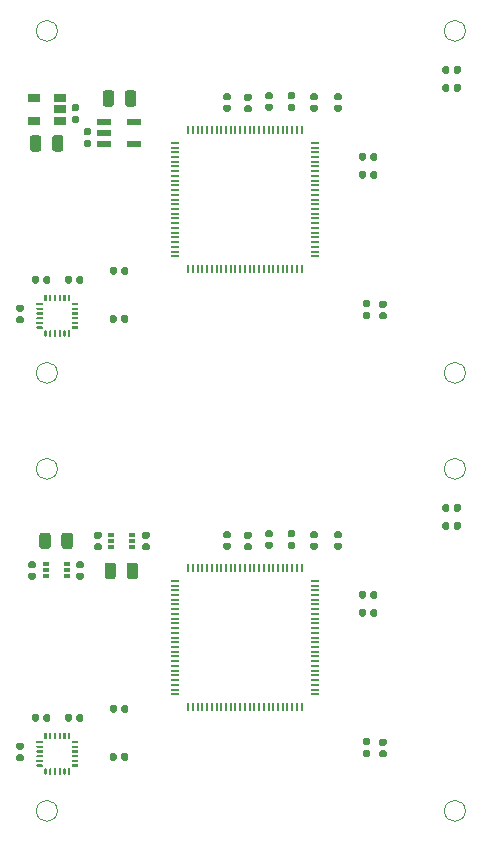
<source format=gtp>
G04 #@! TF.GenerationSoftware,KiCad,Pcbnew,(5.1.6)-1*
G04 #@! TF.CreationDate,2021-09-14T13:23:18-07:00*
G04 #@! TF.ProjectId,sulu_ldo_and_reg_panel,73756c75-5f6c-4646-9f5f-616e645f7265,rev?*
G04 #@! TF.SameCoordinates,Original*
G04 #@! TF.FileFunction,Paste,Top*
G04 #@! TF.FilePolarity,Positive*
%FSLAX46Y46*%
G04 Gerber Fmt 4.6, Leading zero omitted, Abs format (unit mm)*
G04 Created by KiCad (PCBNEW (5.1.6)-1) date 2021-09-14 13:23:18*
%MOMM*%
%LPD*%
G01*
G04 APERTURE LIST*
%ADD10C,0.100000*%
%ADD11R,1.210000X0.590000*%
%ADD12R,1.060000X0.650000*%
%ADD13O,0.200000X0.800000*%
%ADD14O,0.800000X0.200000*%
%ADD15R,0.500000X0.300000*%
G04 APERTURE END LIST*
D10*
X105029000Y-88900000D02*
G75*
G03*
X105029000Y-88900000I-889000J0D01*
G01*
X70485000Y-117856000D02*
G75*
G03*
X70485000Y-117856000I-889000J0D01*
G01*
X105029000Y-117856000D02*
G75*
G03*
X105029000Y-117856000I-889000J0D01*
G01*
X70485000Y-88900000D02*
G75*
G03*
X70485000Y-88900000I-889000J0D01*
G01*
X70485000Y-80772000D02*
G75*
G03*
X70485000Y-80772000I-889000J0D01*
G01*
X70485000Y-51816000D02*
G75*
G03*
X70485000Y-51816000I-889000J0D01*
G01*
X105029000Y-80772000D02*
G75*
G03*
X105029000Y-80772000I-889000J0D01*
G01*
X105029000Y-51816000D02*
G75*
G03*
X105029000Y-51816000I-889000J0D01*
G01*
D11*
G04 #@! TO.C,U3*
X76975001Y-59502000D03*
X76975001Y-61402000D03*
X74465001Y-61402000D03*
X74465001Y-60452000D03*
X74465001Y-59502000D03*
G04 #@! TD*
D12*
G04 #@! TO.C,U2*
X68467999Y-59421001D03*
X68467999Y-57521001D03*
X70667999Y-57521001D03*
X70667999Y-58471001D03*
X70667999Y-59421001D03*
G04 #@! TD*
G04 #@! TO.C,R4*
G36*
G01*
X86441500Y-58125000D02*
X86786500Y-58125000D01*
G75*
G02*
X86934000Y-58272500I0J-147500D01*
G01*
X86934000Y-58567500D01*
G75*
G02*
X86786500Y-58715000I-147500J0D01*
G01*
X86441500Y-58715000D01*
G75*
G02*
X86294000Y-58567500I0J147500D01*
G01*
X86294000Y-58272500D01*
G75*
G02*
X86441500Y-58125000I147500J0D01*
G01*
G37*
G36*
G01*
X86441500Y-57155000D02*
X86786500Y-57155000D01*
G75*
G02*
X86934000Y-57302500I0J-147500D01*
G01*
X86934000Y-57597500D01*
G75*
G02*
X86786500Y-57745000I-147500J0D01*
G01*
X86441500Y-57745000D01*
G75*
G02*
X86294000Y-57597500I0J147500D01*
G01*
X86294000Y-57302500D01*
G75*
G02*
X86441500Y-57155000I147500J0D01*
G01*
G37*
G04 #@! TD*
G04 #@! TO.C,R3*
G36*
G01*
X92029500Y-58079000D02*
X92374500Y-58079000D01*
G75*
G02*
X92522000Y-58226500I0J-147500D01*
G01*
X92522000Y-58521500D01*
G75*
G02*
X92374500Y-58669000I-147500J0D01*
G01*
X92029500Y-58669000D01*
G75*
G02*
X91882000Y-58521500I0J147500D01*
G01*
X91882000Y-58226500D01*
G75*
G02*
X92029500Y-58079000I147500J0D01*
G01*
G37*
G36*
G01*
X92029500Y-57109000D02*
X92374500Y-57109000D01*
G75*
G02*
X92522000Y-57256500I0J-147500D01*
G01*
X92522000Y-57551500D01*
G75*
G02*
X92374500Y-57699000I-147500J0D01*
G01*
X92029500Y-57699000D01*
G75*
G02*
X91882000Y-57551500I0J147500D01*
G01*
X91882000Y-57256500D01*
G75*
G02*
X92029500Y-57109000I147500J0D01*
G01*
G37*
G04 #@! TD*
G04 #@! TO.C,R2*
G36*
G01*
X94406500Y-57699000D02*
X94061500Y-57699000D01*
G75*
G02*
X93914000Y-57551500I0J147500D01*
G01*
X93914000Y-57256500D01*
G75*
G02*
X94061500Y-57109000I147500J0D01*
G01*
X94406500Y-57109000D01*
G75*
G02*
X94554000Y-57256500I0J-147500D01*
G01*
X94554000Y-57551500D01*
G75*
G02*
X94406500Y-57699000I-147500J0D01*
G01*
G37*
G36*
G01*
X94406500Y-58669000D02*
X94061500Y-58669000D01*
G75*
G02*
X93914000Y-58521500I0J147500D01*
G01*
X93914000Y-58226500D01*
G75*
G02*
X94061500Y-58079000I147500J0D01*
G01*
X94406500Y-58079000D01*
G75*
G02*
X94554000Y-58226500I0J-147500D01*
G01*
X94554000Y-58521500D01*
G75*
G02*
X94406500Y-58669000I-147500J0D01*
G01*
G37*
G04 #@! TD*
G04 #@! TO.C,C_1.8_OUT1*
G36*
G01*
X70998000Y-60884750D02*
X70998000Y-61797250D01*
G75*
G02*
X70754250Y-62041000I-243750J0D01*
G01*
X70266750Y-62041000D01*
G75*
G02*
X70023000Y-61797250I0J243750D01*
G01*
X70023000Y-60884750D01*
G75*
G02*
X70266750Y-60641000I243750J0D01*
G01*
X70754250Y-60641000D01*
G75*
G02*
X70998000Y-60884750I0J-243750D01*
G01*
G37*
G36*
G01*
X69123000Y-60884750D02*
X69123000Y-61797250D01*
G75*
G02*
X68879250Y-62041000I-243750J0D01*
G01*
X68391750Y-62041000D01*
G75*
G02*
X68148000Y-61797250I0J243750D01*
G01*
X68148000Y-60884750D01*
G75*
G02*
X68391750Y-60641000I243750J0D01*
G01*
X68879250Y-60641000D01*
G75*
G02*
X69123000Y-60884750I0J-243750D01*
G01*
G37*
G04 #@! TD*
G04 #@! TO.C,C_1.1_OUT1*
G36*
G01*
X74315500Y-57987250D02*
X74315500Y-57074750D01*
G75*
G02*
X74559250Y-56831000I243750J0D01*
G01*
X75046750Y-56831000D01*
G75*
G02*
X75290500Y-57074750I0J-243750D01*
G01*
X75290500Y-57987250D01*
G75*
G02*
X75046750Y-58231000I-243750J0D01*
G01*
X74559250Y-58231000D01*
G75*
G02*
X74315500Y-57987250I0J243750D01*
G01*
G37*
G36*
G01*
X76190500Y-57987250D02*
X76190500Y-57074750D01*
G75*
G02*
X76434250Y-56831000I243750J0D01*
G01*
X76921750Y-56831000D01*
G75*
G02*
X77165500Y-57074750I0J-243750D01*
G01*
X77165500Y-57987250D01*
G75*
G02*
X76921750Y-58231000I-243750J0D01*
G01*
X76434250Y-58231000D01*
G75*
G02*
X76190500Y-57987250I0J243750D01*
G01*
G37*
G04 #@! TD*
G04 #@! TO.C,C_1.1_IN1*
G36*
G01*
X73197500Y-60666000D02*
X72852500Y-60666000D01*
G75*
G02*
X72705000Y-60518500I0J147500D01*
G01*
X72705000Y-60223500D01*
G75*
G02*
X72852500Y-60076000I147500J0D01*
G01*
X73197500Y-60076000D01*
G75*
G02*
X73345000Y-60223500I0J-147500D01*
G01*
X73345000Y-60518500D01*
G75*
G02*
X73197500Y-60666000I-147500J0D01*
G01*
G37*
G36*
G01*
X73197500Y-61636000D02*
X72852500Y-61636000D01*
G75*
G02*
X72705000Y-61488500I0J147500D01*
G01*
X72705000Y-61193500D01*
G75*
G02*
X72852500Y-61046000I147500J0D01*
G01*
X73197500Y-61046000D01*
G75*
G02*
X73345000Y-61193500I0J-147500D01*
G01*
X73345000Y-61488500D01*
G75*
G02*
X73197500Y-61636000I-147500J0D01*
G01*
G37*
G04 #@! TD*
G04 #@! TO.C,C_1.8_IN1*
G36*
G01*
X72181500Y-58634000D02*
X71836500Y-58634000D01*
G75*
G02*
X71689000Y-58486500I0J147500D01*
G01*
X71689000Y-58191500D01*
G75*
G02*
X71836500Y-58044000I147500J0D01*
G01*
X72181500Y-58044000D01*
G75*
G02*
X72329000Y-58191500I0J-147500D01*
G01*
X72329000Y-58486500D01*
G75*
G02*
X72181500Y-58634000I-147500J0D01*
G01*
G37*
G36*
G01*
X72181500Y-59604000D02*
X71836500Y-59604000D01*
G75*
G02*
X71689000Y-59456500I0J147500D01*
G01*
X71689000Y-59161500D01*
G75*
G02*
X71836500Y-59014000I147500J0D01*
G01*
X72181500Y-59014000D01*
G75*
G02*
X72329000Y-59161500I0J-147500D01*
G01*
X72329000Y-59456500D01*
G75*
G02*
X72181500Y-59604000I-147500J0D01*
G01*
G37*
G04 #@! TD*
G04 #@! TO.C,R1*
G36*
G01*
X96987000Y-62656500D02*
X96987000Y-62311500D01*
G75*
G02*
X97134500Y-62164000I147500J0D01*
G01*
X97429500Y-62164000D01*
G75*
G02*
X97577000Y-62311500I0J-147500D01*
G01*
X97577000Y-62656500D01*
G75*
G02*
X97429500Y-62804000I-147500J0D01*
G01*
X97134500Y-62804000D01*
G75*
G02*
X96987000Y-62656500I0J147500D01*
G01*
G37*
G36*
G01*
X96017000Y-62656500D02*
X96017000Y-62311500D01*
G75*
G02*
X96164500Y-62164000I147500J0D01*
G01*
X96459500Y-62164000D01*
G75*
G02*
X96607000Y-62311500I0J-147500D01*
G01*
X96607000Y-62656500D01*
G75*
G02*
X96459500Y-62804000I-147500J0D01*
G01*
X96164500Y-62804000D01*
G75*
G02*
X96017000Y-62656500I0J147500D01*
G01*
G37*
G04 #@! TD*
G04 #@! TO.C,C13*
G36*
G01*
X90469500Y-57618000D02*
X90124500Y-57618000D01*
G75*
G02*
X89977000Y-57470500I0J147500D01*
G01*
X89977000Y-57175500D01*
G75*
G02*
X90124500Y-57028000I147500J0D01*
G01*
X90469500Y-57028000D01*
G75*
G02*
X90617000Y-57175500I0J-147500D01*
G01*
X90617000Y-57470500D01*
G75*
G02*
X90469500Y-57618000I-147500J0D01*
G01*
G37*
G36*
G01*
X90469500Y-58588000D02*
X90124500Y-58588000D01*
G75*
G02*
X89977000Y-58440500I0J147500D01*
G01*
X89977000Y-58145500D01*
G75*
G02*
X90124500Y-57998000I147500J0D01*
G01*
X90469500Y-57998000D01*
G75*
G02*
X90617000Y-58145500I0J-147500D01*
G01*
X90617000Y-58440500D01*
G75*
G02*
X90469500Y-58588000I-147500J0D01*
G01*
G37*
G04 #@! TD*
G04 #@! TO.C,C12*
G36*
G01*
X88564500Y-57618000D02*
X88219500Y-57618000D01*
G75*
G02*
X88072000Y-57470500I0J147500D01*
G01*
X88072000Y-57175500D01*
G75*
G02*
X88219500Y-57028000I147500J0D01*
G01*
X88564500Y-57028000D01*
G75*
G02*
X88712000Y-57175500I0J-147500D01*
G01*
X88712000Y-57470500D01*
G75*
G02*
X88564500Y-57618000I-147500J0D01*
G01*
G37*
G36*
G01*
X88564500Y-58588000D02*
X88219500Y-58588000D01*
G75*
G02*
X88072000Y-58440500I0J147500D01*
G01*
X88072000Y-58145500D01*
G75*
G02*
X88219500Y-57998000I147500J0D01*
G01*
X88564500Y-57998000D01*
G75*
G02*
X88712000Y-58145500I0J-147500D01*
G01*
X88712000Y-58440500D01*
G75*
G02*
X88564500Y-58588000I-147500J0D01*
G01*
G37*
G04 #@! TD*
G04 #@! TO.C,C11*
G36*
G01*
X96607000Y-63835500D02*
X96607000Y-64180500D01*
G75*
G02*
X96459500Y-64328000I-147500J0D01*
G01*
X96164500Y-64328000D01*
G75*
G02*
X96017000Y-64180500I0J147500D01*
G01*
X96017000Y-63835500D01*
G75*
G02*
X96164500Y-63688000I147500J0D01*
G01*
X96459500Y-63688000D01*
G75*
G02*
X96607000Y-63835500I0J-147500D01*
G01*
G37*
G36*
G01*
X97577000Y-63835500D02*
X97577000Y-64180500D01*
G75*
G02*
X97429500Y-64328000I-147500J0D01*
G01*
X97134500Y-64328000D01*
G75*
G02*
X96987000Y-64180500I0J147500D01*
G01*
X96987000Y-63835500D01*
G75*
G02*
X97134500Y-63688000I147500J0D01*
G01*
X97429500Y-63688000D01*
G75*
G02*
X97577000Y-63835500I0J-147500D01*
G01*
G37*
G04 #@! TD*
G04 #@! TO.C,C10*
G36*
G01*
X85008500Y-57699000D02*
X84663500Y-57699000D01*
G75*
G02*
X84516000Y-57551500I0J147500D01*
G01*
X84516000Y-57256500D01*
G75*
G02*
X84663500Y-57109000I147500J0D01*
G01*
X85008500Y-57109000D01*
G75*
G02*
X85156000Y-57256500I0J-147500D01*
G01*
X85156000Y-57551500D01*
G75*
G02*
X85008500Y-57699000I-147500J0D01*
G01*
G37*
G36*
G01*
X85008500Y-58669000D02*
X84663500Y-58669000D01*
G75*
G02*
X84516000Y-58521500I0J147500D01*
G01*
X84516000Y-58226500D01*
G75*
G02*
X84663500Y-58079000I147500J0D01*
G01*
X85008500Y-58079000D01*
G75*
G02*
X85156000Y-58226500I0J-147500D01*
G01*
X85156000Y-58521500D01*
G75*
G02*
X85008500Y-58669000I-147500J0D01*
G01*
G37*
G04 #@! TD*
G04 #@! TO.C,C9*
G36*
G01*
X97871500Y-75651000D02*
X98216500Y-75651000D01*
G75*
G02*
X98364000Y-75798500I0J-147500D01*
G01*
X98364000Y-76093500D01*
G75*
G02*
X98216500Y-76241000I-147500J0D01*
G01*
X97871500Y-76241000D01*
G75*
G02*
X97724000Y-76093500I0J147500D01*
G01*
X97724000Y-75798500D01*
G75*
G02*
X97871500Y-75651000I147500J0D01*
G01*
G37*
G36*
G01*
X97871500Y-74681000D02*
X98216500Y-74681000D01*
G75*
G02*
X98364000Y-74828500I0J-147500D01*
G01*
X98364000Y-75123500D01*
G75*
G02*
X98216500Y-75271000I-147500J0D01*
G01*
X97871500Y-75271000D01*
G75*
G02*
X97724000Y-75123500I0J147500D01*
G01*
X97724000Y-74828500D01*
G75*
G02*
X97871500Y-74681000I147500J0D01*
G01*
G37*
G04 #@! TD*
G04 #@! TO.C,C8*
G36*
G01*
X96474500Y-75605000D02*
X96819500Y-75605000D01*
G75*
G02*
X96967000Y-75752500I0J-147500D01*
G01*
X96967000Y-76047500D01*
G75*
G02*
X96819500Y-76195000I-147500J0D01*
G01*
X96474500Y-76195000D01*
G75*
G02*
X96327000Y-76047500I0J147500D01*
G01*
X96327000Y-75752500D01*
G75*
G02*
X96474500Y-75605000I147500J0D01*
G01*
G37*
G36*
G01*
X96474500Y-74635000D02*
X96819500Y-74635000D01*
G75*
G02*
X96967000Y-74782500I0J-147500D01*
G01*
X96967000Y-75077500D01*
G75*
G02*
X96819500Y-75225000I-147500J0D01*
G01*
X96474500Y-75225000D01*
G75*
G02*
X96327000Y-75077500I0J147500D01*
G01*
X96327000Y-74782500D01*
G75*
G02*
X96474500Y-74635000I147500J0D01*
G01*
G37*
G04 #@! TD*
G04 #@! TO.C,C7*
G36*
G01*
X104053000Y-56814500D02*
X104053000Y-56469500D01*
G75*
G02*
X104200500Y-56322000I147500J0D01*
G01*
X104495500Y-56322000D01*
G75*
G02*
X104643000Y-56469500I0J-147500D01*
G01*
X104643000Y-56814500D01*
G75*
G02*
X104495500Y-56962000I-147500J0D01*
G01*
X104200500Y-56962000D01*
G75*
G02*
X104053000Y-56814500I0J147500D01*
G01*
G37*
G36*
G01*
X103083000Y-56814500D02*
X103083000Y-56469500D01*
G75*
G02*
X103230500Y-56322000I147500J0D01*
G01*
X103525500Y-56322000D01*
G75*
G02*
X103673000Y-56469500I0J-147500D01*
G01*
X103673000Y-56814500D01*
G75*
G02*
X103525500Y-56962000I-147500J0D01*
G01*
X103230500Y-56962000D01*
G75*
G02*
X103083000Y-56814500I0J147500D01*
G01*
G37*
G04 #@! TD*
G04 #@! TO.C,C6*
G36*
G01*
X104053000Y-55290500D02*
X104053000Y-54945500D01*
G75*
G02*
X104200500Y-54798000I147500J0D01*
G01*
X104495500Y-54798000D01*
G75*
G02*
X104643000Y-54945500I0J-147500D01*
G01*
X104643000Y-55290500D01*
G75*
G02*
X104495500Y-55438000I-147500J0D01*
G01*
X104200500Y-55438000D01*
G75*
G02*
X104053000Y-55290500I0J147500D01*
G01*
G37*
G36*
G01*
X103083000Y-55290500D02*
X103083000Y-54945500D01*
G75*
G02*
X103230500Y-54798000I147500J0D01*
G01*
X103525500Y-54798000D01*
G75*
G02*
X103673000Y-54945500I0J-147500D01*
G01*
X103673000Y-55290500D01*
G75*
G02*
X103525500Y-55438000I-147500J0D01*
G01*
X103230500Y-55438000D01*
G75*
G02*
X103083000Y-55290500I0J147500D01*
G01*
G37*
G04 #@! TD*
G04 #@! TO.C,C5*
G36*
G01*
X75525000Y-71963500D02*
X75525000Y-72308500D01*
G75*
G02*
X75377500Y-72456000I-147500J0D01*
G01*
X75082500Y-72456000D01*
G75*
G02*
X74935000Y-72308500I0J147500D01*
G01*
X74935000Y-71963500D01*
G75*
G02*
X75082500Y-71816000I147500J0D01*
G01*
X75377500Y-71816000D01*
G75*
G02*
X75525000Y-71963500I0J-147500D01*
G01*
G37*
G36*
G01*
X76495000Y-71963500D02*
X76495000Y-72308500D01*
G75*
G02*
X76347500Y-72456000I-147500J0D01*
G01*
X76052500Y-72456000D01*
G75*
G02*
X75905000Y-72308500I0J147500D01*
G01*
X75905000Y-71963500D01*
G75*
G02*
X76052500Y-71816000I147500J0D01*
G01*
X76347500Y-71816000D01*
G75*
G02*
X76495000Y-71963500I0J-147500D01*
G01*
G37*
G04 #@! TD*
G04 #@! TO.C,C4*
G36*
G01*
X75502000Y-76027500D02*
X75502000Y-76372500D01*
G75*
G02*
X75354500Y-76520000I-147500J0D01*
G01*
X75059500Y-76520000D01*
G75*
G02*
X74912000Y-76372500I0J147500D01*
G01*
X74912000Y-76027500D01*
G75*
G02*
X75059500Y-75880000I147500J0D01*
G01*
X75354500Y-75880000D01*
G75*
G02*
X75502000Y-76027500I0J-147500D01*
G01*
G37*
G36*
G01*
X76472000Y-76027500D02*
X76472000Y-76372500D01*
G75*
G02*
X76324500Y-76520000I-147500J0D01*
G01*
X76029500Y-76520000D01*
G75*
G02*
X75882000Y-76372500I0J147500D01*
G01*
X75882000Y-76027500D01*
G75*
G02*
X76029500Y-75880000I147500J0D01*
G01*
X76324500Y-75880000D01*
G75*
G02*
X76472000Y-76027500I0J-147500D01*
G01*
G37*
G04 #@! TD*
D13*
G04 #@! TO.C,U1*
X81560000Y-60198000D03*
X81960000Y-60198000D03*
X82360000Y-60198000D03*
X82760000Y-60198000D03*
X83160000Y-60198000D03*
X83560000Y-60198000D03*
X83960000Y-60198000D03*
X84360000Y-60198000D03*
X84760000Y-60198000D03*
X85160000Y-60198000D03*
X85560000Y-60198000D03*
X85960000Y-60198000D03*
X86360000Y-60198000D03*
X86760000Y-60198000D03*
X87160000Y-60198000D03*
X87560000Y-60198000D03*
X87960000Y-60198000D03*
X88360000Y-60198000D03*
X88760000Y-60198000D03*
X89160000Y-60198000D03*
X89560000Y-60198000D03*
X89960000Y-60198000D03*
X90360000Y-60198000D03*
X90760000Y-60198000D03*
X91160000Y-60198000D03*
D14*
X92260000Y-61298000D03*
X92260000Y-61698000D03*
X92260000Y-62098000D03*
X92260000Y-62498000D03*
X92260000Y-62898000D03*
X92260000Y-63298000D03*
X92260000Y-63698000D03*
X92260000Y-64098000D03*
X92260000Y-64498000D03*
X92260000Y-64898000D03*
X92260000Y-65298000D03*
X92260000Y-65698000D03*
X92260000Y-66098000D03*
X92260000Y-66498000D03*
X92260000Y-66898000D03*
X92260000Y-67298000D03*
X92260000Y-67698000D03*
X92260000Y-68098000D03*
X92260000Y-68498000D03*
X92260000Y-68898000D03*
X92260000Y-69298000D03*
X92260000Y-69698000D03*
X92260000Y-70098000D03*
X92260000Y-70498000D03*
X92260000Y-70898000D03*
D13*
X91160000Y-71998000D03*
X90760000Y-71998000D03*
X90360000Y-71998000D03*
X89960000Y-71998000D03*
X89560000Y-71998000D03*
X89160000Y-71998000D03*
X88760000Y-71998000D03*
X88360000Y-71998000D03*
X87960000Y-71998000D03*
X87560000Y-71998000D03*
X87160000Y-71998000D03*
X86760000Y-71998000D03*
X86360000Y-71998000D03*
X85960000Y-71998000D03*
X85560000Y-71998000D03*
X85160000Y-71998000D03*
X84760000Y-71998000D03*
X84360000Y-71998000D03*
X83960000Y-71998000D03*
X83560000Y-71998000D03*
X83160000Y-71998000D03*
X82760000Y-71998000D03*
X82360000Y-71998000D03*
X81960000Y-71998000D03*
X81560000Y-71998000D03*
D14*
X80460000Y-70898000D03*
X80460000Y-70498000D03*
X80460000Y-70098000D03*
X80460000Y-69698000D03*
X80460000Y-69298000D03*
X80460000Y-68898000D03*
X80460000Y-68498000D03*
X80460000Y-68098000D03*
X80460000Y-67698000D03*
X80460000Y-67298000D03*
X80460000Y-66898000D03*
X80460000Y-66498000D03*
X80460000Y-66098000D03*
X80460000Y-65698000D03*
X80460000Y-65298000D03*
X80460000Y-64898000D03*
X80460000Y-64498000D03*
X80460000Y-64098000D03*
X80460000Y-63698000D03*
X80460000Y-63298000D03*
X80460000Y-62898000D03*
X80460000Y-62498000D03*
X80460000Y-62098000D03*
X80460000Y-61698000D03*
X80460000Y-61298000D03*
G04 #@! TD*
G04 #@! TO.C,C3*
G36*
G01*
X69891000Y-72725500D02*
X69891000Y-73070500D01*
G75*
G02*
X69743500Y-73218000I-147500J0D01*
G01*
X69448500Y-73218000D01*
G75*
G02*
X69301000Y-73070500I0J147500D01*
G01*
X69301000Y-72725500D01*
G75*
G02*
X69448500Y-72578000I147500J0D01*
G01*
X69743500Y-72578000D01*
G75*
G02*
X69891000Y-72725500I0J-147500D01*
G01*
G37*
G36*
G01*
X68921000Y-72725500D02*
X68921000Y-73070500D01*
G75*
G02*
X68773500Y-73218000I-147500J0D01*
G01*
X68478500Y-73218000D01*
G75*
G02*
X68331000Y-73070500I0J147500D01*
G01*
X68331000Y-72725500D01*
G75*
G02*
X68478500Y-72578000I147500J0D01*
G01*
X68773500Y-72578000D01*
G75*
G02*
X68921000Y-72725500I0J-147500D01*
G01*
G37*
G04 #@! TD*
G04 #@! TO.C,C2*
G36*
G01*
X67137500Y-75016000D02*
X67482500Y-75016000D01*
G75*
G02*
X67630000Y-75163500I0J-147500D01*
G01*
X67630000Y-75458500D01*
G75*
G02*
X67482500Y-75606000I-147500J0D01*
G01*
X67137500Y-75606000D01*
G75*
G02*
X66990000Y-75458500I0J147500D01*
G01*
X66990000Y-75163500D01*
G75*
G02*
X67137500Y-75016000I147500J0D01*
G01*
G37*
G36*
G01*
X67137500Y-75986000D02*
X67482500Y-75986000D01*
G75*
G02*
X67630000Y-76133500I0J-147500D01*
G01*
X67630000Y-76428500D01*
G75*
G02*
X67482500Y-76576000I-147500J0D01*
G01*
X67137500Y-76576000D01*
G75*
G02*
X66990000Y-76428500I0J147500D01*
G01*
X66990000Y-76133500D01*
G75*
G02*
X67137500Y-75986000I147500J0D01*
G01*
G37*
G04 #@! TD*
G04 #@! TO.C,C1*
G36*
G01*
X71125000Y-73070500D02*
X71125000Y-72725500D01*
G75*
G02*
X71272500Y-72578000I147500J0D01*
G01*
X71567500Y-72578000D01*
G75*
G02*
X71715000Y-72725500I0J-147500D01*
G01*
X71715000Y-73070500D01*
G75*
G02*
X71567500Y-73218000I-147500J0D01*
G01*
X71272500Y-73218000D01*
G75*
G02*
X71125000Y-73070500I0J147500D01*
G01*
G37*
G36*
G01*
X72095000Y-73070500D02*
X72095000Y-72725500D01*
G75*
G02*
X72242500Y-72578000I147500J0D01*
G01*
X72537500Y-72578000D01*
G75*
G02*
X72685000Y-72725500I0J-147500D01*
G01*
X72685000Y-73070500D01*
G75*
G02*
X72537500Y-73218000I-147500J0D01*
G01*
X72242500Y-73218000D01*
G75*
G02*
X72095000Y-73070500I0J147500D01*
G01*
G37*
G04 #@! TD*
G04 #@! TO.C,U9AB1*
G36*
G01*
X72260000Y-76896000D02*
X72260000Y-76996000D01*
G75*
G02*
X72210000Y-77046000I-50000J0D01*
G01*
X71760000Y-77046000D01*
G75*
G02*
X71710000Y-76996000I0J50000D01*
G01*
X71710000Y-76896000D01*
G75*
G02*
X71760000Y-76846000I50000J0D01*
G01*
X72210000Y-76846000D01*
G75*
G02*
X72260000Y-76896000I0J-50000D01*
G01*
G37*
G36*
G01*
X72260000Y-76496000D02*
X72260000Y-76596000D01*
G75*
G02*
X72210000Y-76646000I-50000J0D01*
G01*
X71760000Y-76646000D01*
G75*
G02*
X71710000Y-76596000I0J50000D01*
G01*
X71710000Y-76496000D01*
G75*
G02*
X71760000Y-76446000I50000J0D01*
G01*
X72210000Y-76446000D01*
G75*
G02*
X72260000Y-76496000I0J-50000D01*
G01*
G37*
G36*
G01*
X72260000Y-76096000D02*
X72260000Y-76196000D01*
G75*
G02*
X72210000Y-76246000I-50000J0D01*
G01*
X71760000Y-76246000D01*
G75*
G02*
X71710000Y-76196000I0J50000D01*
G01*
X71710000Y-76096000D01*
G75*
G02*
X71760000Y-76046000I50000J0D01*
G01*
X72210000Y-76046000D01*
G75*
G02*
X72260000Y-76096000I0J-50000D01*
G01*
G37*
G36*
G01*
X72260000Y-75696000D02*
X72260000Y-75796000D01*
G75*
G02*
X72210000Y-75846000I-50000J0D01*
G01*
X71760000Y-75846000D01*
G75*
G02*
X71710000Y-75796000I0J50000D01*
G01*
X71710000Y-75696000D01*
G75*
G02*
X71760000Y-75646000I50000J0D01*
G01*
X72210000Y-75646000D01*
G75*
G02*
X72260000Y-75696000I0J-50000D01*
G01*
G37*
G36*
G01*
X72260000Y-75296000D02*
X72260000Y-75396000D01*
G75*
G02*
X72210000Y-75446000I-50000J0D01*
G01*
X71760000Y-75446000D01*
G75*
G02*
X71710000Y-75396000I0J50000D01*
G01*
X71710000Y-75296000D01*
G75*
G02*
X71760000Y-75246000I50000J0D01*
G01*
X72210000Y-75246000D01*
G75*
G02*
X72260000Y-75296000I0J-50000D01*
G01*
G37*
G36*
G01*
X72260000Y-74896000D02*
X72260000Y-74996000D01*
G75*
G02*
X72210000Y-75046000I-50000J0D01*
G01*
X71760000Y-75046000D01*
G75*
G02*
X71710000Y-74996000I0J50000D01*
G01*
X71710000Y-74896000D01*
G75*
G02*
X71760000Y-74846000I50000J0D01*
G01*
X72210000Y-74846000D01*
G75*
G02*
X72260000Y-74896000I0J-50000D01*
G01*
G37*
G36*
G01*
X71435000Y-74171000D02*
X71535000Y-74171000D01*
G75*
G02*
X71585000Y-74221000I0J-50000D01*
G01*
X71585000Y-74671000D01*
G75*
G02*
X71535000Y-74721000I-50000J0D01*
G01*
X71435000Y-74721000D01*
G75*
G02*
X71385000Y-74671000I0J50000D01*
G01*
X71385000Y-74221000D01*
G75*
G02*
X71435000Y-74171000I50000J0D01*
G01*
G37*
G36*
G01*
X71035000Y-74171000D02*
X71135000Y-74171000D01*
G75*
G02*
X71185000Y-74221000I0J-50000D01*
G01*
X71185000Y-74671000D01*
G75*
G02*
X71135000Y-74721000I-50000J0D01*
G01*
X71035000Y-74721000D01*
G75*
G02*
X70985000Y-74671000I0J50000D01*
G01*
X70985000Y-74221000D01*
G75*
G02*
X71035000Y-74171000I50000J0D01*
G01*
G37*
G36*
G01*
X70635000Y-74171000D02*
X70735000Y-74171000D01*
G75*
G02*
X70785000Y-74221000I0J-50000D01*
G01*
X70785000Y-74671000D01*
G75*
G02*
X70735000Y-74721000I-50000J0D01*
G01*
X70635000Y-74721000D01*
G75*
G02*
X70585000Y-74671000I0J50000D01*
G01*
X70585000Y-74221000D01*
G75*
G02*
X70635000Y-74171000I50000J0D01*
G01*
G37*
G36*
G01*
X70235000Y-74171000D02*
X70335000Y-74171000D01*
G75*
G02*
X70385000Y-74221000I0J-50000D01*
G01*
X70385000Y-74671000D01*
G75*
G02*
X70335000Y-74721000I-50000J0D01*
G01*
X70235000Y-74721000D01*
G75*
G02*
X70185000Y-74671000I0J50000D01*
G01*
X70185000Y-74221000D01*
G75*
G02*
X70235000Y-74171000I50000J0D01*
G01*
G37*
G36*
G01*
X69835000Y-74171000D02*
X69935000Y-74171000D01*
G75*
G02*
X69985000Y-74221000I0J-50000D01*
G01*
X69985000Y-74671000D01*
G75*
G02*
X69935000Y-74721000I-50000J0D01*
G01*
X69835000Y-74721000D01*
G75*
G02*
X69785000Y-74671000I0J50000D01*
G01*
X69785000Y-74221000D01*
G75*
G02*
X69835000Y-74171000I50000J0D01*
G01*
G37*
G36*
G01*
X69435000Y-74171000D02*
X69535000Y-74171000D01*
G75*
G02*
X69585000Y-74221000I0J-50000D01*
G01*
X69585000Y-74671000D01*
G75*
G02*
X69535000Y-74721000I-50000J0D01*
G01*
X69435000Y-74721000D01*
G75*
G02*
X69385000Y-74671000I0J50000D01*
G01*
X69385000Y-74221000D01*
G75*
G02*
X69435000Y-74171000I50000J0D01*
G01*
G37*
G36*
G01*
X69260000Y-74896000D02*
X69260000Y-74996000D01*
G75*
G02*
X69210000Y-75046000I-50000J0D01*
G01*
X68760000Y-75046000D01*
G75*
G02*
X68710000Y-74996000I0J50000D01*
G01*
X68710000Y-74896000D01*
G75*
G02*
X68760000Y-74846000I50000J0D01*
G01*
X69210000Y-74846000D01*
G75*
G02*
X69260000Y-74896000I0J-50000D01*
G01*
G37*
G36*
G01*
X69260000Y-75296000D02*
X69260000Y-75396000D01*
G75*
G02*
X69210000Y-75446000I-50000J0D01*
G01*
X68760000Y-75446000D01*
G75*
G02*
X68710000Y-75396000I0J50000D01*
G01*
X68710000Y-75296000D01*
G75*
G02*
X68760000Y-75246000I50000J0D01*
G01*
X69210000Y-75246000D01*
G75*
G02*
X69260000Y-75296000I0J-50000D01*
G01*
G37*
G36*
G01*
X69260000Y-75696000D02*
X69260000Y-75796000D01*
G75*
G02*
X69210000Y-75846000I-50000J0D01*
G01*
X68760000Y-75846000D01*
G75*
G02*
X68710000Y-75796000I0J50000D01*
G01*
X68710000Y-75696000D01*
G75*
G02*
X68760000Y-75646000I50000J0D01*
G01*
X69210000Y-75646000D01*
G75*
G02*
X69260000Y-75696000I0J-50000D01*
G01*
G37*
G36*
G01*
X69260000Y-76096000D02*
X69260000Y-76196000D01*
G75*
G02*
X69210000Y-76246000I-50000J0D01*
G01*
X68760000Y-76246000D01*
G75*
G02*
X68710000Y-76196000I0J50000D01*
G01*
X68710000Y-76096000D01*
G75*
G02*
X68760000Y-76046000I50000J0D01*
G01*
X69210000Y-76046000D01*
G75*
G02*
X69260000Y-76096000I0J-50000D01*
G01*
G37*
G36*
G01*
X69260000Y-76496000D02*
X69260000Y-76596000D01*
G75*
G02*
X69210000Y-76646000I-50000J0D01*
G01*
X68760000Y-76646000D01*
G75*
G02*
X68710000Y-76596000I0J50000D01*
G01*
X68710000Y-76496000D01*
G75*
G02*
X68760000Y-76446000I50000J0D01*
G01*
X69210000Y-76446000D01*
G75*
G02*
X69260000Y-76496000I0J-50000D01*
G01*
G37*
G36*
G01*
X69260000Y-76896000D02*
X69260000Y-76996000D01*
G75*
G02*
X69210000Y-77046000I-50000J0D01*
G01*
X68760000Y-77046000D01*
G75*
G02*
X68710000Y-76996000I0J50000D01*
G01*
X68710000Y-76896000D01*
G75*
G02*
X68760000Y-76846000I50000J0D01*
G01*
X69210000Y-76846000D01*
G75*
G02*
X69260000Y-76896000I0J-50000D01*
G01*
G37*
G36*
G01*
X69435000Y-77171000D02*
X69535000Y-77171000D01*
G75*
G02*
X69585000Y-77221000I0J-50000D01*
G01*
X69585000Y-77671000D01*
G75*
G02*
X69535000Y-77721000I-50000J0D01*
G01*
X69435000Y-77721000D01*
G75*
G02*
X69385000Y-77671000I0J50000D01*
G01*
X69385000Y-77221000D01*
G75*
G02*
X69435000Y-77171000I50000J0D01*
G01*
G37*
G36*
G01*
X69835000Y-77171000D02*
X69935000Y-77171000D01*
G75*
G02*
X69985000Y-77221000I0J-50000D01*
G01*
X69985000Y-77671000D01*
G75*
G02*
X69935000Y-77721000I-50000J0D01*
G01*
X69835000Y-77721000D01*
G75*
G02*
X69785000Y-77671000I0J50000D01*
G01*
X69785000Y-77221000D01*
G75*
G02*
X69835000Y-77171000I50000J0D01*
G01*
G37*
G36*
G01*
X70235000Y-77171000D02*
X70335000Y-77171000D01*
G75*
G02*
X70385000Y-77221000I0J-50000D01*
G01*
X70385000Y-77671000D01*
G75*
G02*
X70335000Y-77721000I-50000J0D01*
G01*
X70235000Y-77721000D01*
G75*
G02*
X70185000Y-77671000I0J50000D01*
G01*
X70185000Y-77221000D01*
G75*
G02*
X70235000Y-77171000I50000J0D01*
G01*
G37*
G36*
G01*
X70635000Y-77171000D02*
X70735000Y-77171000D01*
G75*
G02*
X70785000Y-77221000I0J-50000D01*
G01*
X70785000Y-77671000D01*
G75*
G02*
X70735000Y-77721000I-50000J0D01*
G01*
X70635000Y-77721000D01*
G75*
G02*
X70585000Y-77671000I0J50000D01*
G01*
X70585000Y-77221000D01*
G75*
G02*
X70635000Y-77171000I50000J0D01*
G01*
G37*
G36*
G01*
X71035000Y-77171000D02*
X71135000Y-77171000D01*
G75*
G02*
X71185000Y-77221000I0J-50000D01*
G01*
X71185000Y-77671000D01*
G75*
G02*
X71135000Y-77721000I-50000J0D01*
G01*
X71035000Y-77721000D01*
G75*
G02*
X70985000Y-77671000I0J50000D01*
G01*
X70985000Y-77221000D01*
G75*
G02*
X71035000Y-77171000I50000J0D01*
G01*
G37*
G36*
G01*
X71435000Y-77171000D02*
X71535000Y-77171000D01*
G75*
G02*
X71585000Y-77221000I0J-50000D01*
G01*
X71585000Y-77671000D01*
G75*
G02*
X71535000Y-77721000I-50000J0D01*
G01*
X71435000Y-77721000D01*
G75*
G02*
X71385000Y-77671000I0J50000D01*
G01*
X71385000Y-77221000D01*
G75*
G02*
X71435000Y-77171000I50000J0D01*
G01*
G37*
G04 #@! TD*
G04 #@! TO.C,R4*
G36*
G01*
X86441500Y-95209000D02*
X86786500Y-95209000D01*
G75*
G02*
X86934000Y-95356500I0J-147500D01*
G01*
X86934000Y-95651500D01*
G75*
G02*
X86786500Y-95799000I-147500J0D01*
G01*
X86441500Y-95799000D01*
G75*
G02*
X86294000Y-95651500I0J147500D01*
G01*
X86294000Y-95356500D01*
G75*
G02*
X86441500Y-95209000I147500J0D01*
G01*
G37*
G36*
G01*
X86441500Y-94239000D02*
X86786500Y-94239000D01*
G75*
G02*
X86934000Y-94386500I0J-147500D01*
G01*
X86934000Y-94681500D01*
G75*
G02*
X86786500Y-94829000I-147500J0D01*
G01*
X86441500Y-94829000D01*
G75*
G02*
X86294000Y-94681500I0J147500D01*
G01*
X86294000Y-94386500D01*
G75*
G02*
X86441500Y-94239000I147500J0D01*
G01*
G37*
G04 #@! TD*
D15*
G04 #@! TO.C,U3*
X75017999Y-95496000D03*
X75017999Y-94996000D03*
X75017999Y-94496000D03*
X76817999Y-94496000D03*
X76817999Y-94996000D03*
X76817999Y-95496000D03*
G04 #@! TD*
G04 #@! TO.C,U2*
X71286001Y-96984999D03*
X71286001Y-97484999D03*
X71286001Y-97984999D03*
X69486001Y-97984999D03*
X69486001Y-97484999D03*
X69486001Y-96984999D03*
G04 #@! TD*
G04 #@! TO.C,R3*
G36*
G01*
X92029500Y-95163000D02*
X92374500Y-95163000D01*
G75*
G02*
X92522000Y-95310500I0J-147500D01*
G01*
X92522000Y-95605500D01*
G75*
G02*
X92374500Y-95753000I-147500J0D01*
G01*
X92029500Y-95753000D01*
G75*
G02*
X91882000Y-95605500I0J147500D01*
G01*
X91882000Y-95310500D01*
G75*
G02*
X92029500Y-95163000I147500J0D01*
G01*
G37*
G36*
G01*
X92029500Y-94193000D02*
X92374500Y-94193000D01*
G75*
G02*
X92522000Y-94340500I0J-147500D01*
G01*
X92522000Y-94635500D01*
G75*
G02*
X92374500Y-94783000I-147500J0D01*
G01*
X92029500Y-94783000D01*
G75*
G02*
X91882000Y-94635500I0J147500D01*
G01*
X91882000Y-94340500D01*
G75*
G02*
X92029500Y-94193000I147500J0D01*
G01*
G37*
G04 #@! TD*
G04 #@! TO.C,R2*
G36*
G01*
X94406500Y-94783000D02*
X94061500Y-94783000D01*
G75*
G02*
X93914000Y-94635500I0J147500D01*
G01*
X93914000Y-94340500D01*
G75*
G02*
X94061500Y-94193000I147500J0D01*
G01*
X94406500Y-94193000D01*
G75*
G02*
X94554000Y-94340500I0J-147500D01*
G01*
X94554000Y-94635500D01*
G75*
G02*
X94406500Y-94783000I-147500J0D01*
G01*
G37*
G36*
G01*
X94406500Y-95753000D02*
X94061500Y-95753000D01*
G75*
G02*
X93914000Y-95605500I0J147500D01*
G01*
X93914000Y-95310500D01*
G75*
G02*
X94061500Y-95163000I147500J0D01*
G01*
X94406500Y-95163000D01*
G75*
G02*
X94554000Y-95310500I0J-147500D01*
G01*
X94554000Y-95605500D01*
G75*
G02*
X94406500Y-95753000I-147500J0D01*
G01*
G37*
G04 #@! TD*
G04 #@! TO.C,C_1.8_OUT1*
G36*
G01*
X69931000Y-94539750D02*
X69931000Y-95452250D01*
G75*
G02*
X69687250Y-95696000I-243750J0D01*
G01*
X69199750Y-95696000D01*
G75*
G02*
X68956000Y-95452250I0J243750D01*
G01*
X68956000Y-94539750D01*
G75*
G02*
X69199750Y-94296000I243750J0D01*
G01*
X69687250Y-94296000D01*
G75*
G02*
X69931000Y-94539750I0J-243750D01*
G01*
G37*
G36*
G01*
X71806000Y-94539750D02*
X71806000Y-95452250D01*
G75*
G02*
X71562250Y-95696000I-243750J0D01*
G01*
X71074750Y-95696000D01*
G75*
G02*
X70831000Y-95452250I0J243750D01*
G01*
X70831000Y-94539750D01*
G75*
G02*
X71074750Y-94296000I243750J0D01*
G01*
X71562250Y-94296000D01*
G75*
G02*
X71806000Y-94539750I0J-243750D01*
G01*
G37*
G04 #@! TD*
G04 #@! TO.C,C_1.1_OUT1*
G36*
G01*
X76347500Y-97992250D02*
X76347500Y-97079750D01*
G75*
G02*
X76591250Y-96836000I243750J0D01*
G01*
X77078750Y-96836000D01*
G75*
G02*
X77322500Y-97079750I0J-243750D01*
G01*
X77322500Y-97992250D01*
G75*
G02*
X77078750Y-98236000I-243750J0D01*
G01*
X76591250Y-98236000D01*
G75*
G02*
X76347500Y-97992250I0J243750D01*
G01*
G37*
G36*
G01*
X74472500Y-97992250D02*
X74472500Y-97079750D01*
G75*
G02*
X74716250Y-96836000I243750J0D01*
G01*
X75203750Y-96836000D01*
G75*
G02*
X75447500Y-97079750I0J-243750D01*
G01*
X75447500Y-97992250D01*
G75*
G02*
X75203750Y-98236000I-243750J0D01*
G01*
X74716250Y-98236000D01*
G75*
G02*
X74472500Y-97992250I0J243750D01*
G01*
G37*
G04 #@! TD*
G04 #@! TO.C,L2*
G36*
G01*
X78150500Y-94829000D02*
X77805500Y-94829000D01*
G75*
G02*
X77658000Y-94681500I0J147500D01*
G01*
X77658000Y-94386500D01*
G75*
G02*
X77805500Y-94239000I147500J0D01*
G01*
X78150500Y-94239000D01*
G75*
G02*
X78298000Y-94386500I0J-147500D01*
G01*
X78298000Y-94681500D01*
G75*
G02*
X78150500Y-94829000I-147500J0D01*
G01*
G37*
G36*
G01*
X78150500Y-95799000D02*
X77805500Y-95799000D01*
G75*
G02*
X77658000Y-95651500I0J147500D01*
G01*
X77658000Y-95356500D01*
G75*
G02*
X77805500Y-95209000I147500J0D01*
G01*
X78150500Y-95209000D01*
G75*
G02*
X78298000Y-95356500I0J-147500D01*
G01*
X78298000Y-95651500D01*
G75*
G02*
X78150500Y-95799000I-147500J0D01*
G01*
G37*
G04 #@! TD*
G04 #@! TO.C,L1*
G36*
G01*
X68153500Y-97703000D02*
X68498500Y-97703000D01*
G75*
G02*
X68646000Y-97850500I0J-147500D01*
G01*
X68646000Y-98145500D01*
G75*
G02*
X68498500Y-98293000I-147500J0D01*
G01*
X68153500Y-98293000D01*
G75*
G02*
X68006000Y-98145500I0J147500D01*
G01*
X68006000Y-97850500D01*
G75*
G02*
X68153500Y-97703000I147500J0D01*
G01*
G37*
G36*
G01*
X68153500Y-96733000D02*
X68498500Y-96733000D01*
G75*
G02*
X68646000Y-96880500I0J-147500D01*
G01*
X68646000Y-97175500D01*
G75*
G02*
X68498500Y-97323000I-147500J0D01*
G01*
X68153500Y-97323000D01*
G75*
G02*
X68006000Y-97175500I0J147500D01*
G01*
X68006000Y-96880500D01*
G75*
G02*
X68153500Y-96733000I147500J0D01*
G01*
G37*
G04 #@! TD*
G04 #@! TO.C,C_1.1_IN1*
G36*
G01*
X74086500Y-94829000D02*
X73741500Y-94829000D01*
G75*
G02*
X73594000Y-94681500I0J147500D01*
G01*
X73594000Y-94386500D01*
G75*
G02*
X73741500Y-94239000I147500J0D01*
G01*
X74086500Y-94239000D01*
G75*
G02*
X74234000Y-94386500I0J-147500D01*
G01*
X74234000Y-94681500D01*
G75*
G02*
X74086500Y-94829000I-147500J0D01*
G01*
G37*
G36*
G01*
X74086500Y-95799000D02*
X73741500Y-95799000D01*
G75*
G02*
X73594000Y-95651500I0J147500D01*
G01*
X73594000Y-95356500D01*
G75*
G02*
X73741500Y-95209000I147500J0D01*
G01*
X74086500Y-95209000D01*
G75*
G02*
X74234000Y-95356500I0J-147500D01*
G01*
X74234000Y-95651500D01*
G75*
G02*
X74086500Y-95799000I-147500J0D01*
G01*
G37*
G04 #@! TD*
G04 #@! TO.C,C_1.8_IN1*
G36*
G01*
X72217500Y-97703000D02*
X72562500Y-97703000D01*
G75*
G02*
X72710000Y-97850500I0J-147500D01*
G01*
X72710000Y-98145500D01*
G75*
G02*
X72562500Y-98293000I-147500J0D01*
G01*
X72217500Y-98293000D01*
G75*
G02*
X72070000Y-98145500I0J147500D01*
G01*
X72070000Y-97850500D01*
G75*
G02*
X72217500Y-97703000I147500J0D01*
G01*
G37*
G36*
G01*
X72217500Y-96733000D02*
X72562500Y-96733000D01*
G75*
G02*
X72710000Y-96880500I0J-147500D01*
G01*
X72710000Y-97175500D01*
G75*
G02*
X72562500Y-97323000I-147500J0D01*
G01*
X72217500Y-97323000D01*
G75*
G02*
X72070000Y-97175500I0J147500D01*
G01*
X72070000Y-96880500D01*
G75*
G02*
X72217500Y-96733000I147500J0D01*
G01*
G37*
G04 #@! TD*
G04 #@! TO.C,R1*
G36*
G01*
X96987000Y-99740500D02*
X96987000Y-99395500D01*
G75*
G02*
X97134500Y-99248000I147500J0D01*
G01*
X97429500Y-99248000D01*
G75*
G02*
X97577000Y-99395500I0J-147500D01*
G01*
X97577000Y-99740500D01*
G75*
G02*
X97429500Y-99888000I-147500J0D01*
G01*
X97134500Y-99888000D01*
G75*
G02*
X96987000Y-99740500I0J147500D01*
G01*
G37*
G36*
G01*
X96017000Y-99740500D02*
X96017000Y-99395500D01*
G75*
G02*
X96164500Y-99248000I147500J0D01*
G01*
X96459500Y-99248000D01*
G75*
G02*
X96607000Y-99395500I0J-147500D01*
G01*
X96607000Y-99740500D01*
G75*
G02*
X96459500Y-99888000I-147500J0D01*
G01*
X96164500Y-99888000D01*
G75*
G02*
X96017000Y-99740500I0J147500D01*
G01*
G37*
G04 #@! TD*
G04 #@! TO.C,C13*
G36*
G01*
X90469500Y-94702000D02*
X90124500Y-94702000D01*
G75*
G02*
X89977000Y-94554500I0J147500D01*
G01*
X89977000Y-94259500D01*
G75*
G02*
X90124500Y-94112000I147500J0D01*
G01*
X90469500Y-94112000D01*
G75*
G02*
X90617000Y-94259500I0J-147500D01*
G01*
X90617000Y-94554500D01*
G75*
G02*
X90469500Y-94702000I-147500J0D01*
G01*
G37*
G36*
G01*
X90469500Y-95672000D02*
X90124500Y-95672000D01*
G75*
G02*
X89977000Y-95524500I0J147500D01*
G01*
X89977000Y-95229500D01*
G75*
G02*
X90124500Y-95082000I147500J0D01*
G01*
X90469500Y-95082000D01*
G75*
G02*
X90617000Y-95229500I0J-147500D01*
G01*
X90617000Y-95524500D01*
G75*
G02*
X90469500Y-95672000I-147500J0D01*
G01*
G37*
G04 #@! TD*
G04 #@! TO.C,C12*
G36*
G01*
X88564500Y-94702000D02*
X88219500Y-94702000D01*
G75*
G02*
X88072000Y-94554500I0J147500D01*
G01*
X88072000Y-94259500D01*
G75*
G02*
X88219500Y-94112000I147500J0D01*
G01*
X88564500Y-94112000D01*
G75*
G02*
X88712000Y-94259500I0J-147500D01*
G01*
X88712000Y-94554500D01*
G75*
G02*
X88564500Y-94702000I-147500J0D01*
G01*
G37*
G36*
G01*
X88564500Y-95672000D02*
X88219500Y-95672000D01*
G75*
G02*
X88072000Y-95524500I0J147500D01*
G01*
X88072000Y-95229500D01*
G75*
G02*
X88219500Y-95082000I147500J0D01*
G01*
X88564500Y-95082000D01*
G75*
G02*
X88712000Y-95229500I0J-147500D01*
G01*
X88712000Y-95524500D01*
G75*
G02*
X88564500Y-95672000I-147500J0D01*
G01*
G37*
G04 #@! TD*
G04 #@! TO.C,C11*
G36*
G01*
X96607000Y-100919500D02*
X96607000Y-101264500D01*
G75*
G02*
X96459500Y-101412000I-147500J0D01*
G01*
X96164500Y-101412000D01*
G75*
G02*
X96017000Y-101264500I0J147500D01*
G01*
X96017000Y-100919500D01*
G75*
G02*
X96164500Y-100772000I147500J0D01*
G01*
X96459500Y-100772000D01*
G75*
G02*
X96607000Y-100919500I0J-147500D01*
G01*
G37*
G36*
G01*
X97577000Y-100919500D02*
X97577000Y-101264500D01*
G75*
G02*
X97429500Y-101412000I-147500J0D01*
G01*
X97134500Y-101412000D01*
G75*
G02*
X96987000Y-101264500I0J147500D01*
G01*
X96987000Y-100919500D01*
G75*
G02*
X97134500Y-100772000I147500J0D01*
G01*
X97429500Y-100772000D01*
G75*
G02*
X97577000Y-100919500I0J-147500D01*
G01*
G37*
G04 #@! TD*
G04 #@! TO.C,C10*
G36*
G01*
X85008500Y-94783000D02*
X84663500Y-94783000D01*
G75*
G02*
X84516000Y-94635500I0J147500D01*
G01*
X84516000Y-94340500D01*
G75*
G02*
X84663500Y-94193000I147500J0D01*
G01*
X85008500Y-94193000D01*
G75*
G02*
X85156000Y-94340500I0J-147500D01*
G01*
X85156000Y-94635500D01*
G75*
G02*
X85008500Y-94783000I-147500J0D01*
G01*
G37*
G36*
G01*
X85008500Y-95753000D02*
X84663500Y-95753000D01*
G75*
G02*
X84516000Y-95605500I0J147500D01*
G01*
X84516000Y-95310500D01*
G75*
G02*
X84663500Y-95163000I147500J0D01*
G01*
X85008500Y-95163000D01*
G75*
G02*
X85156000Y-95310500I0J-147500D01*
G01*
X85156000Y-95605500D01*
G75*
G02*
X85008500Y-95753000I-147500J0D01*
G01*
G37*
G04 #@! TD*
G04 #@! TO.C,C9*
G36*
G01*
X97871500Y-112735000D02*
X98216500Y-112735000D01*
G75*
G02*
X98364000Y-112882500I0J-147500D01*
G01*
X98364000Y-113177500D01*
G75*
G02*
X98216500Y-113325000I-147500J0D01*
G01*
X97871500Y-113325000D01*
G75*
G02*
X97724000Y-113177500I0J147500D01*
G01*
X97724000Y-112882500D01*
G75*
G02*
X97871500Y-112735000I147500J0D01*
G01*
G37*
G36*
G01*
X97871500Y-111765000D02*
X98216500Y-111765000D01*
G75*
G02*
X98364000Y-111912500I0J-147500D01*
G01*
X98364000Y-112207500D01*
G75*
G02*
X98216500Y-112355000I-147500J0D01*
G01*
X97871500Y-112355000D01*
G75*
G02*
X97724000Y-112207500I0J147500D01*
G01*
X97724000Y-111912500D01*
G75*
G02*
X97871500Y-111765000I147500J0D01*
G01*
G37*
G04 #@! TD*
G04 #@! TO.C,C8*
G36*
G01*
X96474500Y-112689000D02*
X96819500Y-112689000D01*
G75*
G02*
X96967000Y-112836500I0J-147500D01*
G01*
X96967000Y-113131500D01*
G75*
G02*
X96819500Y-113279000I-147500J0D01*
G01*
X96474500Y-113279000D01*
G75*
G02*
X96327000Y-113131500I0J147500D01*
G01*
X96327000Y-112836500D01*
G75*
G02*
X96474500Y-112689000I147500J0D01*
G01*
G37*
G36*
G01*
X96474500Y-111719000D02*
X96819500Y-111719000D01*
G75*
G02*
X96967000Y-111866500I0J-147500D01*
G01*
X96967000Y-112161500D01*
G75*
G02*
X96819500Y-112309000I-147500J0D01*
G01*
X96474500Y-112309000D01*
G75*
G02*
X96327000Y-112161500I0J147500D01*
G01*
X96327000Y-111866500D01*
G75*
G02*
X96474500Y-111719000I147500J0D01*
G01*
G37*
G04 #@! TD*
G04 #@! TO.C,C7*
G36*
G01*
X104053000Y-93898500D02*
X104053000Y-93553500D01*
G75*
G02*
X104200500Y-93406000I147500J0D01*
G01*
X104495500Y-93406000D01*
G75*
G02*
X104643000Y-93553500I0J-147500D01*
G01*
X104643000Y-93898500D01*
G75*
G02*
X104495500Y-94046000I-147500J0D01*
G01*
X104200500Y-94046000D01*
G75*
G02*
X104053000Y-93898500I0J147500D01*
G01*
G37*
G36*
G01*
X103083000Y-93898500D02*
X103083000Y-93553500D01*
G75*
G02*
X103230500Y-93406000I147500J0D01*
G01*
X103525500Y-93406000D01*
G75*
G02*
X103673000Y-93553500I0J-147500D01*
G01*
X103673000Y-93898500D01*
G75*
G02*
X103525500Y-94046000I-147500J0D01*
G01*
X103230500Y-94046000D01*
G75*
G02*
X103083000Y-93898500I0J147500D01*
G01*
G37*
G04 #@! TD*
G04 #@! TO.C,C6*
G36*
G01*
X104053000Y-92374500D02*
X104053000Y-92029500D01*
G75*
G02*
X104200500Y-91882000I147500J0D01*
G01*
X104495500Y-91882000D01*
G75*
G02*
X104643000Y-92029500I0J-147500D01*
G01*
X104643000Y-92374500D01*
G75*
G02*
X104495500Y-92522000I-147500J0D01*
G01*
X104200500Y-92522000D01*
G75*
G02*
X104053000Y-92374500I0J147500D01*
G01*
G37*
G36*
G01*
X103083000Y-92374500D02*
X103083000Y-92029500D01*
G75*
G02*
X103230500Y-91882000I147500J0D01*
G01*
X103525500Y-91882000D01*
G75*
G02*
X103673000Y-92029500I0J-147500D01*
G01*
X103673000Y-92374500D01*
G75*
G02*
X103525500Y-92522000I-147500J0D01*
G01*
X103230500Y-92522000D01*
G75*
G02*
X103083000Y-92374500I0J147500D01*
G01*
G37*
G04 #@! TD*
G04 #@! TO.C,C5*
G36*
G01*
X75525000Y-109047500D02*
X75525000Y-109392500D01*
G75*
G02*
X75377500Y-109540000I-147500J0D01*
G01*
X75082500Y-109540000D01*
G75*
G02*
X74935000Y-109392500I0J147500D01*
G01*
X74935000Y-109047500D01*
G75*
G02*
X75082500Y-108900000I147500J0D01*
G01*
X75377500Y-108900000D01*
G75*
G02*
X75525000Y-109047500I0J-147500D01*
G01*
G37*
G36*
G01*
X76495000Y-109047500D02*
X76495000Y-109392500D01*
G75*
G02*
X76347500Y-109540000I-147500J0D01*
G01*
X76052500Y-109540000D01*
G75*
G02*
X75905000Y-109392500I0J147500D01*
G01*
X75905000Y-109047500D01*
G75*
G02*
X76052500Y-108900000I147500J0D01*
G01*
X76347500Y-108900000D01*
G75*
G02*
X76495000Y-109047500I0J-147500D01*
G01*
G37*
G04 #@! TD*
G04 #@! TO.C,C4*
G36*
G01*
X75502000Y-113111500D02*
X75502000Y-113456500D01*
G75*
G02*
X75354500Y-113604000I-147500J0D01*
G01*
X75059500Y-113604000D01*
G75*
G02*
X74912000Y-113456500I0J147500D01*
G01*
X74912000Y-113111500D01*
G75*
G02*
X75059500Y-112964000I147500J0D01*
G01*
X75354500Y-112964000D01*
G75*
G02*
X75502000Y-113111500I0J-147500D01*
G01*
G37*
G36*
G01*
X76472000Y-113111500D02*
X76472000Y-113456500D01*
G75*
G02*
X76324500Y-113604000I-147500J0D01*
G01*
X76029500Y-113604000D01*
G75*
G02*
X75882000Y-113456500I0J147500D01*
G01*
X75882000Y-113111500D01*
G75*
G02*
X76029500Y-112964000I147500J0D01*
G01*
X76324500Y-112964000D01*
G75*
G02*
X76472000Y-113111500I0J-147500D01*
G01*
G37*
G04 #@! TD*
D13*
G04 #@! TO.C,U1*
X81560000Y-97282000D03*
X81960000Y-97282000D03*
X82360000Y-97282000D03*
X82760000Y-97282000D03*
X83160000Y-97282000D03*
X83560000Y-97282000D03*
X83960000Y-97282000D03*
X84360000Y-97282000D03*
X84760000Y-97282000D03*
X85160000Y-97282000D03*
X85560000Y-97282000D03*
X85960000Y-97282000D03*
X86360000Y-97282000D03*
X86760000Y-97282000D03*
X87160000Y-97282000D03*
X87560000Y-97282000D03*
X87960000Y-97282000D03*
X88360000Y-97282000D03*
X88760000Y-97282000D03*
X89160000Y-97282000D03*
X89560000Y-97282000D03*
X89960000Y-97282000D03*
X90360000Y-97282000D03*
X90760000Y-97282000D03*
X91160000Y-97282000D03*
D14*
X92260000Y-98382000D03*
X92260000Y-98782000D03*
X92260000Y-99182000D03*
X92260000Y-99582000D03*
X92260000Y-99982000D03*
X92260000Y-100382000D03*
X92260000Y-100782000D03*
X92260000Y-101182000D03*
X92260000Y-101582000D03*
X92260000Y-101982000D03*
X92260000Y-102382000D03*
X92260000Y-102782000D03*
X92260000Y-103182000D03*
X92260000Y-103582000D03*
X92260000Y-103982000D03*
X92260000Y-104382000D03*
X92260000Y-104782000D03*
X92260000Y-105182000D03*
X92260000Y-105582000D03*
X92260000Y-105982000D03*
X92260000Y-106382000D03*
X92260000Y-106782000D03*
X92260000Y-107182000D03*
X92260000Y-107582000D03*
X92260000Y-107982000D03*
D13*
X91160000Y-109082000D03*
X90760000Y-109082000D03*
X90360000Y-109082000D03*
X89960000Y-109082000D03*
X89560000Y-109082000D03*
X89160000Y-109082000D03*
X88760000Y-109082000D03*
X88360000Y-109082000D03*
X87960000Y-109082000D03*
X87560000Y-109082000D03*
X87160000Y-109082000D03*
X86760000Y-109082000D03*
X86360000Y-109082000D03*
X85960000Y-109082000D03*
X85560000Y-109082000D03*
X85160000Y-109082000D03*
X84760000Y-109082000D03*
X84360000Y-109082000D03*
X83960000Y-109082000D03*
X83560000Y-109082000D03*
X83160000Y-109082000D03*
X82760000Y-109082000D03*
X82360000Y-109082000D03*
X81960000Y-109082000D03*
X81560000Y-109082000D03*
D14*
X80460000Y-107982000D03*
X80460000Y-107582000D03*
X80460000Y-107182000D03*
X80460000Y-106782000D03*
X80460000Y-106382000D03*
X80460000Y-105982000D03*
X80460000Y-105582000D03*
X80460000Y-105182000D03*
X80460000Y-104782000D03*
X80460000Y-104382000D03*
X80460000Y-103982000D03*
X80460000Y-103582000D03*
X80460000Y-103182000D03*
X80460000Y-102782000D03*
X80460000Y-102382000D03*
X80460000Y-101982000D03*
X80460000Y-101582000D03*
X80460000Y-101182000D03*
X80460000Y-100782000D03*
X80460000Y-100382000D03*
X80460000Y-99982000D03*
X80460000Y-99582000D03*
X80460000Y-99182000D03*
X80460000Y-98782000D03*
X80460000Y-98382000D03*
G04 #@! TD*
G04 #@! TO.C,C3*
G36*
G01*
X69891000Y-109809500D02*
X69891000Y-110154500D01*
G75*
G02*
X69743500Y-110302000I-147500J0D01*
G01*
X69448500Y-110302000D01*
G75*
G02*
X69301000Y-110154500I0J147500D01*
G01*
X69301000Y-109809500D01*
G75*
G02*
X69448500Y-109662000I147500J0D01*
G01*
X69743500Y-109662000D01*
G75*
G02*
X69891000Y-109809500I0J-147500D01*
G01*
G37*
G36*
G01*
X68921000Y-109809500D02*
X68921000Y-110154500D01*
G75*
G02*
X68773500Y-110302000I-147500J0D01*
G01*
X68478500Y-110302000D01*
G75*
G02*
X68331000Y-110154500I0J147500D01*
G01*
X68331000Y-109809500D01*
G75*
G02*
X68478500Y-109662000I147500J0D01*
G01*
X68773500Y-109662000D01*
G75*
G02*
X68921000Y-109809500I0J-147500D01*
G01*
G37*
G04 #@! TD*
G04 #@! TO.C,C2*
G36*
G01*
X67137500Y-112100000D02*
X67482500Y-112100000D01*
G75*
G02*
X67630000Y-112247500I0J-147500D01*
G01*
X67630000Y-112542500D01*
G75*
G02*
X67482500Y-112690000I-147500J0D01*
G01*
X67137500Y-112690000D01*
G75*
G02*
X66990000Y-112542500I0J147500D01*
G01*
X66990000Y-112247500D01*
G75*
G02*
X67137500Y-112100000I147500J0D01*
G01*
G37*
G36*
G01*
X67137500Y-113070000D02*
X67482500Y-113070000D01*
G75*
G02*
X67630000Y-113217500I0J-147500D01*
G01*
X67630000Y-113512500D01*
G75*
G02*
X67482500Y-113660000I-147500J0D01*
G01*
X67137500Y-113660000D01*
G75*
G02*
X66990000Y-113512500I0J147500D01*
G01*
X66990000Y-113217500D01*
G75*
G02*
X67137500Y-113070000I147500J0D01*
G01*
G37*
G04 #@! TD*
G04 #@! TO.C,C1*
G36*
G01*
X71125000Y-110154500D02*
X71125000Y-109809500D01*
G75*
G02*
X71272500Y-109662000I147500J0D01*
G01*
X71567500Y-109662000D01*
G75*
G02*
X71715000Y-109809500I0J-147500D01*
G01*
X71715000Y-110154500D01*
G75*
G02*
X71567500Y-110302000I-147500J0D01*
G01*
X71272500Y-110302000D01*
G75*
G02*
X71125000Y-110154500I0J147500D01*
G01*
G37*
G36*
G01*
X72095000Y-110154500D02*
X72095000Y-109809500D01*
G75*
G02*
X72242500Y-109662000I147500J0D01*
G01*
X72537500Y-109662000D01*
G75*
G02*
X72685000Y-109809500I0J-147500D01*
G01*
X72685000Y-110154500D01*
G75*
G02*
X72537500Y-110302000I-147500J0D01*
G01*
X72242500Y-110302000D01*
G75*
G02*
X72095000Y-110154500I0J147500D01*
G01*
G37*
G04 #@! TD*
G04 #@! TO.C,U9AB1*
G36*
G01*
X72260000Y-113980000D02*
X72260000Y-114080000D01*
G75*
G02*
X72210000Y-114130000I-50000J0D01*
G01*
X71760000Y-114130000D01*
G75*
G02*
X71710000Y-114080000I0J50000D01*
G01*
X71710000Y-113980000D01*
G75*
G02*
X71760000Y-113930000I50000J0D01*
G01*
X72210000Y-113930000D01*
G75*
G02*
X72260000Y-113980000I0J-50000D01*
G01*
G37*
G36*
G01*
X72260000Y-113580000D02*
X72260000Y-113680000D01*
G75*
G02*
X72210000Y-113730000I-50000J0D01*
G01*
X71760000Y-113730000D01*
G75*
G02*
X71710000Y-113680000I0J50000D01*
G01*
X71710000Y-113580000D01*
G75*
G02*
X71760000Y-113530000I50000J0D01*
G01*
X72210000Y-113530000D01*
G75*
G02*
X72260000Y-113580000I0J-50000D01*
G01*
G37*
G36*
G01*
X72260000Y-113180000D02*
X72260000Y-113280000D01*
G75*
G02*
X72210000Y-113330000I-50000J0D01*
G01*
X71760000Y-113330000D01*
G75*
G02*
X71710000Y-113280000I0J50000D01*
G01*
X71710000Y-113180000D01*
G75*
G02*
X71760000Y-113130000I50000J0D01*
G01*
X72210000Y-113130000D01*
G75*
G02*
X72260000Y-113180000I0J-50000D01*
G01*
G37*
G36*
G01*
X72260000Y-112780000D02*
X72260000Y-112880000D01*
G75*
G02*
X72210000Y-112930000I-50000J0D01*
G01*
X71760000Y-112930000D01*
G75*
G02*
X71710000Y-112880000I0J50000D01*
G01*
X71710000Y-112780000D01*
G75*
G02*
X71760000Y-112730000I50000J0D01*
G01*
X72210000Y-112730000D01*
G75*
G02*
X72260000Y-112780000I0J-50000D01*
G01*
G37*
G36*
G01*
X72260000Y-112380000D02*
X72260000Y-112480000D01*
G75*
G02*
X72210000Y-112530000I-50000J0D01*
G01*
X71760000Y-112530000D01*
G75*
G02*
X71710000Y-112480000I0J50000D01*
G01*
X71710000Y-112380000D01*
G75*
G02*
X71760000Y-112330000I50000J0D01*
G01*
X72210000Y-112330000D01*
G75*
G02*
X72260000Y-112380000I0J-50000D01*
G01*
G37*
G36*
G01*
X72260000Y-111980000D02*
X72260000Y-112080000D01*
G75*
G02*
X72210000Y-112130000I-50000J0D01*
G01*
X71760000Y-112130000D01*
G75*
G02*
X71710000Y-112080000I0J50000D01*
G01*
X71710000Y-111980000D01*
G75*
G02*
X71760000Y-111930000I50000J0D01*
G01*
X72210000Y-111930000D01*
G75*
G02*
X72260000Y-111980000I0J-50000D01*
G01*
G37*
G36*
G01*
X71435000Y-111255000D02*
X71535000Y-111255000D01*
G75*
G02*
X71585000Y-111305000I0J-50000D01*
G01*
X71585000Y-111755000D01*
G75*
G02*
X71535000Y-111805000I-50000J0D01*
G01*
X71435000Y-111805000D01*
G75*
G02*
X71385000Y-111755000I0J50000D01*
G01*
X71385000Y-111305000D01*
G75*
G02*
X71435000Y-111255000I50000J0D01*
G01*
G37*
G36*
G01*
X71035000Y-111255000D02*
X71135000Y-111255000D01*
G75*
G02*
X71185000Y-111305000I0J-50000D01*
G01*
X71185000Y-111755000D01*
G75*
G02*
X71135000Y-111805000I-50000J0D01*
G01*
X71035000Y-111805000D01*
G75*
G02*
X70985000Y-111755000I0J50000D01*
G01*
X70985000Y-111305000D01*
G75*
G02*
X71035000Y-111255000I50000J0D01*
G01*
G37*
G36*
G01*
X70635000Y-111255000D02*
X70735000Y-111255000D01*
G75*
G02*
X70785000Y-111305000I0J-50000D01*
G01*
X70785000Y-111755000D01*
G75*
G02*
X70735000Y-111805000I-50000J0D01*
G01*
X70635000Y-111805000D01*
G75*
G02*
X70585000Y-111755000I0J50000D01*
G01*
X70585000Y-111305000D01*
G75*
G02*
X70635000Y-111255000I50000J0D01*
G01*
G37*
G36*
G01*
X70235000Y-111255000D02*
X70335000Y-111255000D01*
G75*
G02*
X70385000Y-111305000I0J-50000D01*
G01*
X70385000Y-111755000D01*
G75*
G02*
X70335000Y-111805000I-50000J0D01*
G01*
X70235000Y-111805000D01*
G75*
G02*
X70185000Y-111755000I0J50000D01*
G01*
X70185000Y-111305000D01*
G75*
G02*
X70235000Y-111255000I50000J0D01*
G01*
G37*
G36*
G01*
X69835000Y-111255000D02*
X69935000Y-111255000D01*
G75*
G02*
X69985000Y-111305000I0J-50000D01*
G01*
X69985000Y-111755000D01*
G75*
G02*
X69935000Y-111805000I-50000J0D01*
G01*
X69835000Y-111805000D01*
G75*
G02*
X69785000Y-111755000I0J50000D01*
G01*
X69785000Y-111305000D01*
G75*
G02*
X69835000Y-111255000I50000J0D01*
G01*
G37*
G36*
G01*
X69435000Y-111255000D02*
X69535000Y-111255000D01*
G75*
G02*
X69585000Y-111305000I0J-50000D01*
G01*
X69585000Y-111755000D01*
G75*
G02*
X69535000Y-111805000I-50000J0D01*
G01*
X69435000Y-111805000D01*
G75*
G02*
X69385000Y-111755000I0J50000D01*
G01*
X69385000Y-111305000D01*
G75*
G02*
X69435000Y-111255000I50000J0D01*
G01*
G37*
G36*
G01*
X69260000Y-111980000D02*
X69260000Y-112080000D01*
G75*
G02*
X69210000Y-112130000I-50000J0D01*
G01*
X68760000Y-112130000D01*
G75*
G02*
X68710000Y-112080000I0J50000D01*
G01*
X68710000Y-111980000D01*
G75*
G02*
X68760000Y-111930000I50000J0D01*
G01*
X69210000Y-111930000D01*
G75*
G02*
X69260000Y-111980000I0J-50000D01*
G01*
G37*
G36*
G01*
X69260000Y-112380000D02*
X69260000Y-112480000D01*
G75*
G02*
X69210000Y-112530000I-50000J0D01*
G01*
X68760000Y-112530000D01*
G75*
G02*
X68710000Y-112480000I0J50000D01*
G01*
X68710000Y-112380000D01*
G75*
G02*
X68760000Y-112330000I50000J0D01*
G01*
X69210000Y-112330000D01*
G75*
G02*
X69260000Y-112380000I0J-50000D01*
G01*
G37*
G36*
G01*
X69260000Y-112780000D02*
X69260000Y-112880000D01*
G75*
G02*
X69210000Y-112930000I-50000J0D01*
G01*
X68760000Y-112930000D01*
G75*
G02*
X68710000Y-112880000I0J50000D01*
G01*
X68710000Y-112780000D01*
G75*
G02*
X68760000Y-112730000I50000J0D01*
G01*
X69210000Y-112730000D01*
G75*
G02*
X69260000Y-112780000I0J-50000D01*
G01*
G37*
G36*
G01*
X69260000Y-113180000D02*
X69260000Y-113280000D01*
G75*
G02*
X69210000Y-113330000I-50000J0D01*
G01*
X68760000Y-113330000D01*
G75*
G02*
X68710000Y-113280000I0J50000D01*
G01*
X68710000Y-113180000D01*
G75*
G02*
X68760000Y-113130000I50000J0D01*
G01*
X69210000Y-113130000D01*
G75*
G02*
X69260000Y-113180000I0J-50000D01*
G01*
G37*
G36*
G01*
X69260000Y-113580000D02*
X69260000Y-113680000D01*
G75*
G02*
X69210000Y-113730000I-50000J0D01*
G01*
X68760000Y-113730000D01*
G75*
G02*
X68710000Y-113680000I0J50000D01*
G01*
X68710000Y-113580000D01*
G75*
G02*
X68760000Y-113530000I50000J0D01*
G01*
X69210000Y-113530000D01*
G75*
G02*
X69260000Y-113580000I0J-50000D01*
G01*
G37*
G36*
G01*
X69260000Y-113980000D02*
X69260000Y-114080000D01*
G75*
G02*
X69210000Y-114130000I-50000J0D01*
G01*
X68760000Y-114130000D01*
G75*
G02*
X68710000Y-114080000I0J50000D01*
G01*
X68710000Y-113980000D01*
G75*
G02*
X68760000Y-113930000I50000J0D01*
G01*
X69210000Y-113930000D01*
G75*
G02*
X69260000Y-113980000I0J-50000D01*
G01*
G37*
G36*
G01*
X69435000Y-114255000D02*
X69535000Y-114255000D01*
G75*
G02*
X69585000Y-114305000I0J-50000D01*
G01*
X69585000Y-114755000D01*
G75*
G02*
X69535000Y-114805000I-50000J0D01*
G01*
X69435000Y-114805000D01*
G75*
G02*
X69385000Y-114755000I0J50000D01*
G01*
X69385000Y-114305000D01*
G75*
G02*
X69435000Y-114255000I50000J0D01*
G01*
G37*
G36*
G01*
X69835000Y-114255000D02*
X69935000Y-114255000D01*
G75*
G02*
X69985000Y-114305000I0J-50000D01*
G01*
X69985000Y-114755000D01*
G75*
G02*
X69935000Y-114805000I-50000J0D01*
G01*
X69835000Y-114805000D01*
G75*
G02*
X69785000Y-114755000I0J50000D01*
G01*
X69785000Y-114305000D01*
G75*
G02*
X69835000Y-114255000I50000J0D01*
G01*
G37*
G36*
G01*
X70235000Y-114255000D02*
X70335000Y-114255000D01*
G75*
G02*
X70385000Y-114305000I0J-50000D01*
G01*
X70385000Y-114755000D01*
G75*
G02*
X70335000Y-114805000I-50000J0D01*
G01*
X70235000Y-114805000D01*
G75*
G02*
X70185000Y-114755000I0J50000D01*
G01*
X70185000Y-114305000D01*
G75*
G02*
X70235000Y-114255000I50000J0D01*
G01*
G37*
G36*
G01*
X70635000Y-114255000D02*
X70735000Y-114255000D01*
G75*
G02*
X70785000Y-114305000I0J-50000D01*
G01*
X70785000Y-114755000D01*
G75*
G02*
X70735000Y-114805000I-50000J0D01*
G01*
X70635000Y-114805000D01*
G75*
G02*
X70585000Y-114755000I0J50000D01*
G01*
X70585000Y-114305000D01*
G75*
G02*
X70635000Y-114255000I50000J0D01*
G01*
G37*
G36*
G01*
X71035000Y-114255000D02*
X71135000Y-114255000D01*
G75*
G02*
X71185000Y-114305000I0J-50000D01*
G01*
X71185000Y-114755000D01*
G75*
G02*
X71135000Y-114805000I-50000J0D01*
G01*
X71035000Y-114805000D01*
G75*
G02*
X70985000Y-114755000I0J50000D01*
G01*
X70985000Y-114305000D01*
G75*
G02*
X71035000Y-114255000I50000J0D01*
G01*
G37*
G36*
G01*
X71435000Y-114255000D02*
X71535000Y-114255000D01*
G75*
G02*
X71585000Y-114305000I0J-50000D01*
G01*
X71585000Y-114755000D01*
G75*
G02*
X71535000Y-114805000I-50000J0D01*
G01*
X71435000Y-114805000D01*
G75*
G02*
X71385000Y-114755000I0J50000D01*
G01*
X71385000Y-114305000D01*
G75*
G02*
X71435000Y-114255000I50000J0D01*
G01*
G37*
G04 #@! TD*
M02*

</source>
